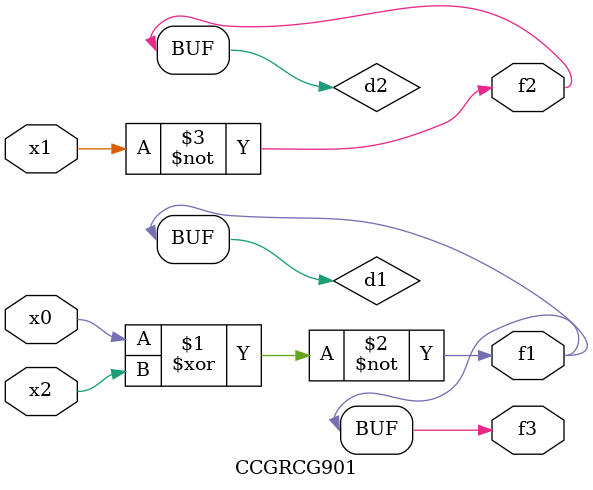
<source format=v>
module CCGRCG901(
	input x0, x1, x2,
	output f1, f2, f3
);

	wire d1, d2, d3;

	xnor (d1, x0, x2);
	nand (d2, x1);
	nor (d3, x1, x2);
	assign f1 = d1;
	assign f2 = d2;
	assign f3 = d1;
endmodule

</source>
